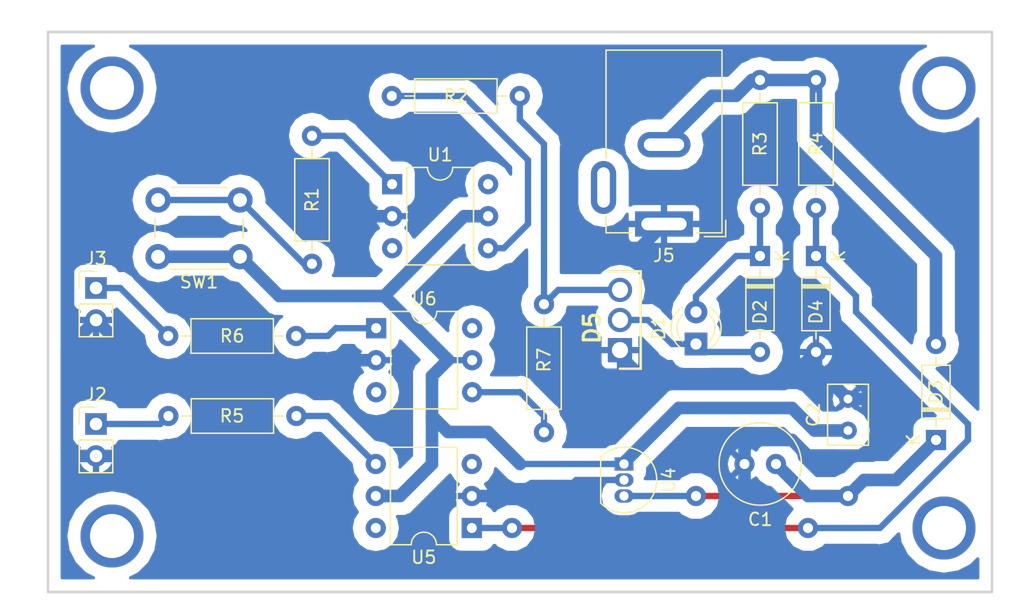
<source format=kicad_pcb>
(kicad_pcb (version 20221018) (generator pcbnew)
  (title_block (title "test thyristor") (rev "01") (company "IUT GEII"))
  (layers (0 "F.Cu" signal) (31 "B.Cu" signal) (34 "B.Paste" user) (35 "F.Paste" user) (36 "B.SilkS" user "B.Silkscreen") (37 "F.SilkS" user "F.Silkscreen") (38 "B.Mask" user) (39 "F.Mask" user) (44 "Edge.Cuts" user))
  (net 0 "")
  (net 1 "Net-(D3-K)")
  (net 2 "GND")
  (net 3 "+5V")
  (net 4 "Net-(D1-K)")
  (net 5 "Net-(D1-A)")
  (net 6 "VIN")
  (net 7 "Net-(D4-K)")
  (net 8 "Net-(R1-Pad1)")
  (net 9 "Net-(R1-Pad2)")
  (net 10 "Net-(D5-Pad3)")
  (net 11 "Net-(R2-Pad2)")
  (net 12 "Net-(J2-Pin_1)")
  (net 13 "Net-(R5-Pad2)")
  (net 14 "Net-(J3-Pin_1)")
  (net 15 "Net-(R6-Pad2)")
  (net 16 "Net-(R7-Pad2)")
  (footprint "Package_DIP:DIP-6_W7.62mm" (layer "F.Cu") (at 66.05 77.485)
    (fp_text reference "U6" (at 3.81 -2.33) (layer "F.SilkS"))
    (fp_text value "4N35")
    (fp_line (start 1.16 -1.33) (end 1.16 6.41) (stroke (width 0.12)) (layer "F.SilkS"))
    (fp_line (start 1.16 6.41) (end 6.46 6.41) (stroke (width 0.12)) (layer "F.SilkS"))
    (fp_line (start 2.81 -1.33) (end 1.16 -1.33) (stroke (width 0.12)) (layer "F.SilkS"))
    (fp_line (start 6.46 -1.33) (end 4.81 -1.33) (stroke (width 0.12)) (layer "F.SilkS"))
    (fp_line (start 6.46 6.41) (end 6.46 -1.33) (stroke (width 0.12)) (layer "F.SilkS"))
    (fp_arc (start 4.81 -1.33) (mid 3.81 -0.33) (end 2.81 -1.33) (stroke (width 0.12)) (layer "F.SilkS"))
    (pad "1" thru_hole rect (at 0 0) (size 1.6 1.6) (drill 0.8) (layers "*.Cu" "*.Mask") (net 15 "Net-(R6-Pad2)"))
    (pad "2" thru_hole oval (at 0 2.54) (size 1.6 1.6) (drill 0.8) (layers "*.Cu" "*.Mask") (net 2 "GND"))
    (pad "3" thru_hole oval (at 0 5.08) (size 1.6 1.6) (drill 0.8) (layers "*.Cu" "*.Mask"))
    (pad "4" thru_hole oval (at 7.62 5.08) (size 1.6 1.6) (drill 0.8) (layers "*.Cu" "*.Mask") (net 16 "Net-(R7-Pad2)"))
    (pad "5" thru_hole oval (at 7.62 2.54) (size 1.6 1.6) (drill 0.8) (layers "*.Cu" "*.Mask") (net 3 "+5V"))
    (pad "6" thru_hole oval (at 7.62 0) (size 1.6 1.6) (drill 0.8) (layers "*.Cu" "*.Mask"))
  )
  (footprint "SamacSys_Parts:C106DG" (layer "F.Cu") (at 85.405 79.225 -90)
    (fp_text reference "D5" (at -1.755 2.22 -90) (layer "F.SilkS") (effects (font (size 1.27 1.27) (thickness 0.254))))
    (fp_text value "C106DG" hide)
    (fp_line (start -6.26 -1.65) (end 1.48 -1.65) (stroke (width 0.2)) (layer "F.SilkS"))
    (fp_line (start -6.26 1.01) (end -6.26 -1.65) (stroke (width 0.2)) (layer "F.SilkS"))
    (fp_line (start 1.48 -1.65) (end 1.48 0) (stroke (width 0.2)) (layer "F.SilkS"))
    (pad "1" thru_hole rect (at 0 0 270) (size 1.92 1.92) (drill 1.28) (layers "*.Cu" "*.Mask") (net 2 "GND"))
    (pad "2" thru_hole circle (at -2.39 0 270) (size 1.92 1.92) (drill 1.28) (layers "*.Cu" "*.Mask") (net 4 "Net-(D1-K)"))
    (pad "3" thru_hole circle (at -4.78 0 270) (size 1.92 1.92) (drill 1.28) (layers "*.Cu" "*.Mask") (net 10 "Net-(D5-Pad3)"))
  )
  (footprint "Connector_PinHeader_2.54mm:PinHeader_1x02_P2.54mm_Vertical" (layer "F.Cu") (at 43.815 85.09)
    (fp_text reference "J2" (at 0 -2.33) (layer "F.SilkS"))
    (fp_text value "Conn_01x02_Pin")
    (fp_line (start -1.33 -1.33) (end 0 -1.33) (stroke (width 0.12)) (layer "F.SilkS"))
    (fp_line (start -1.33 0) (end -1.33 -1.33) (stroke (width 0.12)) (layer "F.SilkS"))
    (fp_line (start -1.33 1.27) (end -1.33 3.87) (stroke (width 0.12)) (layer "F.SilkS"))
    (fp_line (start -1.33 1.27) (end 1.33 1.27) (stroke (width 0.12)) (layer "F.SilkS"))
    (fp_line (start -1.33 3.87) (end 1.33 3.87) (stroke (width 0.12)) (layer "F.SilkS"))
    (fp_line (start 1.33 1.27) (end 1.33 3.87) (stroke (width 0.12)) (layer "F.SilkS"))
    (pad "1" thru_hole rect (at 0 0) (size 1.7 1.7) (drill 1) (layers "*.Cu" "*.Mask") (net 12 "Net-(J2-Pin_1)"))
    (pad "2" thru_hole oval (at 0 2.54) (size 1.7 1.7) (drill 1) (layers "*.Cu" "*.Mask") (net 2 "GND"))
  )
  (footprint "Capacitor_THT:C_Radial_D6.3mm_H5.0mm_P2.50mm" (layer "F.Cu") (at 97.79 88.265 180)
    (fp_text reference "C1" (at 1.25 -4.4 180) (layer "F.SilkS"))
    (fp_text value "220uF 25V")
    (fp_circle (center 1.25 0) (end 4.52 0) (stroke (width 0.12)) (fill none) (layer "F.SilkS"))
    (pad "1" thru_hole circle (at 0 0 180) (size 1.6 1.6) (drill 0.8) (layers "*.Cu" "*.Mask") (net 1 "Net-(D3-K)"))
    (pad "2" thru_hole circle (at 2.5 0 180) (size 1.6 1.6) (drill 0.8) (layers "*.Cu" "*.Mask") (net 2 "GND"))
  )
  (footprint "Resistor_THT:R_Axial_DIN0207_L6.3mm_D2.5mm_P10.16mm_Horizontal" (layer "F.Cu") (at 100.965 57.785 -90)
    (fp_text reference "R4" (at 5.08 0 -90) (layer "F.SilkS"))
    (fp_text value "1k")
    (fp_line (start 1.04 0) (end 1.81 0) (stroke (width 0.12)) (layer "F.SilkS"))
    (fp_line (start 1.81 -1.37) (end 1.81 1.37) (stroke (width 0.12)) (layer "F.SilkS"))
    (fp_line (start 1.81 1.37) (end 8.35 1.37) (stroke (width 0.12)) (layer "F.SilkS"))
    (fp_line (start 8.35 -1.37) (end 1.81 -1.37) (stroke (width 0.12)) (layer "F.SilkS"))
    (fp_line (start 8.35 1.37) (end 8.35 -1.37) (stroke (width 0.12)) (layer "F.SilkS"))
    (fp_line (start 9.12 0) (end 8.35 0) (stroke (width 0.12)) (layer "F.SilkS"))
    (pad "1" thru_hole circle (at 0 0 270) (size 1.6 1.6) (drill 0.8) (layers "*.Cu" "*.Mask") (net 6 "VIN"))
    (pad "2" thru_hole oval (at 10.16 0 270) (size 1.6 1.6) (drill 0.8) (layers "*.Cu" "*.Mask") (net 7 "Net-(D4-K)"))
  )
  (footprint "Package_TO_SOT_THT:TO-92_Inline" (layer "F.Cu") (at 85.725 88.265 -90)
    (fp_text reference "U4" (at 1.27 -3.56 90) (layer "F.SilkS"))
    (fp_text value "L78L05_TO92")
    (fp_line (start -0.53 1.85) (end 3.07 1.85) (stroke (width 0.12)) (layer "F.SilkS"))
    (fp_arc (start -0.568478 1.838478) (mid -1.132087 -0.994977) (end 1.27 -2.6) (stroke (width 0.12)) (layer "F.SilkS"))
    (fp_arc (start 1.27 -2.6) (mid 3.672087 -0.994977) (end 3.108478 1.838478) (stroke (width 0.12)) (layer "F.SilkS"))
    (pad "1" thru_hole rect (at 0 0 270) (size 1.05 1.5) (drill 0.75) (layers "*.Cu" "*.Mask") (net 3 "+5V"))
    (pad "2" thru_hole oval (at 1.27 0 270) (size 1.05 1.5) (drill 0.75) (layers "*.Cu" "*.Mask") (net 2 "GND"))
    (pad "3" thru_hole oval (at 2.54 0 270) (size 1.05 1.5) (drill 0.75) (layers "*.Cu" "*.Mask") (net 1 "Net-(D3-K)"))
  )
  (footprint "Resistor_THT:R_Axial_DIN0207_L6.3mm_D2.5mm_P10.16mm_Horizontal" (layer "F.Cu") (at 60.96 72.375 90)
    (fp_text reference "R1" (at 5.08 0 90) (layer "F.SilkS"))
    (fp_text value "200R")
    (fp_line (start 1.04 0) (end 1.81 0) (stroke (width 0.12)) (layer "F.SilkS"))
    (fp_line (start 1.81 -1.37) (end 1.81 1.37) (stroke (width 0.12)) (layer "F.SilkS"))
    (fp_line (start 1.81 1.37) (end 8.35 1.37) (stroke (width 0.12)) (layer "F.SilkS"))
    (fp_line (start 8.35 -1.37) (end 1.81 -1.37) (stroke (width 0.12)) (layer "F.SilkS"))
    (fp_line (start 8.35 1.37) (end 8.35 -1.37) (stroke (width 0.12)) (layer "F.SilkS"))
    (fp_line (start 9.12 0) (end 8.35 0) (stroke (width 0.12)) (layer "F.SilkS"))
    (pad "1" thru_hole circle (at 0 0 90) (size 1.6 1.6) (drill 0.8) (layers "*.Cu" "*.Mask") (net 8 "Net-(R1-Pad1)"))
    (pad "2" thru_hole oval (at 10.16 0 90) (size 1.6 1.6) (drill 0.8) (layers "*.Cu" "*.Mask") (net 9 "Net-(R1-Pad2)"))
  )
  (footprint "Resistor_THT:R_Axial_DIN0207_L6.3mm_D2.5mm_P10.16mm_Horizontal" (layer "F.Cu") (at 79.375 75.58 -90)
    (fp_text reference "R7" (at 4.43 0 -90) (layer "F.SilkS"))
    (fp_text value "2k2")
    (fp_line (start 1.04 0) (end 1.81 0) (stroke (width 0.12)) (layer "F.SilkS"))
    (fp_line (start 1.81 -1.37) (end 1.81 1.37) (stroke (width 0.12)) (layer "F.SilkS"))
    (fp_line (start 1.81 1.37) (end 8.35 1.37) (stroke (width 0.12)) (layer "F.SilkS"))
    (fp_line (start 8.35 -1.37) (end 1.81 -1.37) (stroke (width 0.12)) (layer "F.SilkS"))
    (fp_line (start 8.35 1.37) (end 8.35 -1.37) (stroke (width 0.12)) (layer "F.SilkS"))
    (fp_line (start 9.12 0) (end 8.35 0) (stroke (width 0.12)) (layer "F.SilkS"))
    (pad "1" thru_hole circle (at 0 0 270) (size 1.6 1.6) (drill 0.8) (layers "*.Cu" "*.Mask") (net 10 "Net-(D5-Pad3)"))
    (pad "2" thru_hole oval (at 10.16 0 270) (size 1.6 1.6) (drill 0.8) (layers "*.Cu" "*.Mask") (net 16 "Net-(R7-Pad2)"))
  )
  (footprint "Resistor_THT:R_Axial_DIN0207_L6.3mm_D2.5mm_P10.16mm_Horizontal" (layer "F.Cu") (at 77.455 59.055 180)
    (fp_text reference "R2" (at 5.065 0 180) (layer "F.SilkS"))
    (fp_text value "2k2")
    (fp_line (start 1.04 0) (end 1.81 0) (stroke (width 0.12)) (layer "F.SilkS"))
    (fp_line (start 1.81 -1.37) (end 1.81 1.37) (stroke (width 0.12)) (layer "F.SilkS"))
    (fp_line (start 1.81 1.37) (end 8.35 1.37) (stroke (width 0.12)) (layer "F.SilkS"))
    (fp_line (start 8.35 -1.37) (end 1.81 -1.37) (stroke (width 0.12)) (layer "F.SilkS"))
    (fp_line (start 8.35 1.37) (end 8.35 -1.37) (stroke (width 0.12)) (layer "F.SilkS"))
    (fp_line (start 9.12 0) (end 8.35 0) (stroke (width 0.12)) (layer "F.SilkS"))
    (pad "1" thru_hole circle (at 0 0 180) (size 1.6 1.6) (drill 0.8) (layers "*.Cu" "*.Mask") (net 10 "Net-(D5-Pad3)"))
    (pad "2" thru_hole oval (at 10.16 0 180) (size 1.6 1.6) (drill 0.8) (layers "*.Cu" "*.Mask") (net 11 "Net-(R2-Pad2)"))
  )
  (footprint "Resistor_THT:R_Axial_DIN0207_L6.3mm_D2.5mm_P10.16mm_Horizontal" (layer "F.Cu") (at 96.52 67.945 90)
    (fp_text reference "R3" (at 5.08 0 90) (layer "F.SilkS"))
    (fp_text value "1k")
    (fp_line (start 1.04 0) (end 1.81 0) (stroke (width 0.12)) (layer "F.SilkS"))
    (fp_line (start 1.81 -1.37) (end 1.81 1.37) (stroke (width 0.12)) (layer "F.SilkS"))
    (fp_line (start 1.81 1.37) (end 8.35 1.37) (stroke (width 0.12)) (layer "F.SilkS"))
    (fp_line (start 8.35 -1.37) (end 1.81 -1.37) (stroke (width 0.12)) (layer "F.SilkS"))
    (fp_line (start 8.35 1.37) (end 8.35 -1.37) (stroke (width 0.12)) (layer "F.SilkS"))
    (fp_line (start 9.12 0) (end 8.35 0) (stroke (width 0.12)) (layer "F.SilkS"))
    (pad "1" thru_hole circle (at 0 0 90) (size 1.6 1.6) (drill 0.8) (layers "*.Cu" "*.Mask") (net 5 "Net-(D1-A)"))
    (pad "2" thru_hole oval (at 10.16 0 90) (size 1.6 1.6) (drill 0.8) (layers "*.Cu" "*.Mask") (net 6 "VIN"))
  )
  (footprint "Diode_THT:D_DO-35_SOD27_P7.62mm_Horizontal" (layer "F.Cu") (at 100.965 71.755 -90)
    (fp_text reference "D4" (at 4.445 0 -270) (layer "F.SilkS"))
    (fp_text value "1N4148")
    (fp_text user "K" (at 0 -1.8 -270) (layer "F.SilkS"))
    (fp_line (start 1.04 0) (end 1.69 0) (stroke (width 0.12)) (layer "F.SilkS"))
    (fp_line (start 1.69 -1.12) (end 1.69 1.12) (stroke (width 0.12)) (layer "F.SilkS"))
    (fp_line (start 1.69 1.12) (end 5.93 1.12) (stroke (width 0.12)) (layer "F.SilkS"))
    (fp_line (start 2.29 -1.12) (end 2.29 1.12) (stroke (width 0.12)) (layer "F.SilkS"))
    (fp_line (start 2.41 -1.12) (end 2.41 1.12) (stroke (width 0.12)) (layer "F.SilkS"))
    (fp_line (start 2.53 -1.12) (end 2.53 1.12) (stroke (width 0.12)) (layer "F.SilkS"))
    (fp_line (start 5.93 -1.12) (end 1.69 -1.12) (stroke (width 0.12)) (layer "F.SilkS"))
    (fp_line (start 5.93 1.12) (end 5.93 -1.12) (stroke (width 0.12)) (layer "F.SilkS"))
    (fp_line (start 6.58 0) (end 5.93 0) (stroke (width 0.12)) (layer "F.SilkS"))
    (pad "1" thru_hole rect (at 0 0 270) (size 1.6 1.6) (drill 0.8) (layers "*.Cu" "*.Mask") (net 7 "Net-(D4-K)"))
    (pad "2" thru_hole oval (at 7.62 0 270) (size 1.6 1.6) (drill 0.8) (layers "*.Cu" "*.Mask") (net 2 "GND"))
  )
  (footprint "Resistor_THT:R_Axial_DIN0207_L6.3mm_D2.5mm_P10.16mm_Horizontal" (layer "F.Cu") (at 49.545 78.105)
    (fp_text reference "R6" (at 5.08 0) (layer "F.SilkS"))
    (fp_text value "200R")
    (fp_line (start 1.04 0) (end 1.81 0) (stroke (width 0.12)) (layer "F.SilkS"))
    (fp_line (start 1.81 -1.37) (end 1.81 1.37) (stroke (width 0.12)) (layer "F.SilkS"))
    (fp_line (start 1.81 1.37) (end 8.35 1.37) (stroke (width 0.12)) (layer "F.SilkS"))
    (fp_line (start 8.35 -1.37) (end 1.81 -1.37) (stroke (width 0.12)) (layer "F.SilkS"))
    (fp_line (start 8.35 1.37) (end 8.35 -1.37) (stroke (width 0.12)) (layer "F.SilkS"))
    (fp_line (start 9.12 0) (end 8.35 0) (stroke (width 0.12)) (layer "F.SilkS"))
    (pad "1" thru_hole circle (at 0 0) (size 1.6 1.6) (drill 0.8) (layers "*.Cu" "*.Mask") (net 14 "Net-(J3-Pin_1)"))
    (pad "2" thru_hole oval (at 10.16 0) (size 1.6 1.6) (drill 0.8) (layers "*.Cu" "*.Mask") (net 15 "Net-(R6-Pad2)"))
  )
  (footprint "SamacSys_Parts:BarrelJack_GCT_DCJ200-10-A_Horizontal_3D" (layer "F.Cu") (at 88.9 69.215 180)
    (fp_text reference "J5" (at 0 -2.5 180) (layer "F.SilkS"))
    (fp_text value "Jack-DC")
    (fp_line (start -4.9 -1) (end -4.9 0.3) (stroke (width 0.12)) (layer "F.SilkS"))
    (fp_line (start -4.6 -0.7) (end -2.6 -0.7) (stroke (width 0.12)) (layer "F.SilkS"))
    (fp_line (start -4.6 13.8) (end -4.6 -0.7) (stroke (width 0.12)) (layer "F.SilkS"))
    (fp_line (start -3.2 -1) (end -4.9 -1) (stroke (width 0.12)) (layer "F.SilkS"))
    (fp_line (start 2.6 -0.7) (end 4.6 -0.7) (stroke (width 0.12)) (layer "F.SilkS"))
    (fp_line (start 4.6 -0.7) (end 4.6 0.6) (stroke (width 0.12)) (layer "F.SilkS"))
    (fp_line (start 4.6 5.2) (end 4.6 13.8) (stroke (width 0.12)) (layer "F.SilkS"))
    (fp_line (start 4.6 13.8) (end -4.6 13.8) (stroke (width 0.12)) (layer "F.SilkS"))
    (pad "1" thru_hole rect (at 0 0 180) (size 4.6 2) (drill oval 3.6 1) (layers "*.Cu" "*.Mask") (net 2 "GND"))
    (pad "2" thru_hole oval (at 0 6.3 180) (size 4.2 2) (drill oval 3.2 1) (layers "*.Cu" "*.Mask") (net 6 "VIN"))
    (pad "3" thru_hole oval (at 4.8 2.9 180) (size 2 4.2) (drill oval 1 3.2) (layers "*.Cu" "*.Mask"))
  )
  (footprint "Diode_THT:D_DO-35_SOD27_P7.62mm_Horizontal" (layer "F.Cu") (at 110.49 86.36 90)
    (fp_text reference "D3" (at 3.81 0 90) (layer "F.SilkS"))
    (fp_text value "1N4148")
    (fp_text user "K" (at 0 -1.8 90) (layer "F.SilkS"))
    (fp_line (start 1.04 0) (end 1.69 0) (stroke (width 0.12)) (layer "F.SilkS"))
    (fp_line (start 1.69 -1.12) (end 1.69 1.12) (stroke (width 0.12)) (layer "F.SilkS"))
    (fp_line (start 1.69 1.12) (end 5.93 1.12) (stroke (width 0.12)) (layer "F.SilkS"))
    (fp_line (start 2.29 -1.12) (end 2.29 1.12) (stroke (width 0.12)) (layer "F.SilkS"))
    (fp_line (start 2.41 -1.12) (end 2.41 1.12) (stroke (width 0.12)) (layer "F.SilkS"))
    (fp_line (start 2.53 -1.12) (end 2.53 1.12) (stroke (width 0.12)) (layer "F.SilkS"))
    (fp_line (start 5.93 -1.12) (end 1.69 -1.12) (stroke (width 0.12)) (layer "F.SilkS"))
    (fp_line (start 5.93 1.12) (end 5.93 -1.12) (stroke (width 0.12)) (layer "F.SilkS"))
    (fp_line (start 6.58 0) (end 5.93 0) (stroke (width 0.12)) (layer "F.SilkS"))
    (pad "1" thru_hole rect (at 0 0 90) (size 1.6 1.6) (drill 0.8) (layers "*.Cu" "*.Mask") (net 1 "Net-(D3-K)"))
    (pad "2" thru_hole oval (at 7.62 0 90) (size 1.6 1.6) (drill 0.8) (layers "*.Cu" "*.Mask") (net 6 "VIN"))
  )
  (footprint "Resistor_THT:R_Axial_DIN0207_L6.3mm_D2.5mm_P10.16mm_Horizontal" (layer "F.Cu") (at 49.56 84.455)
    (fp_text reference "R5" (at 5.05 0) (layer "F.SilkS"))
    (fp_text value "2k2")
    (fp_line (start 1.04 0) (end 1.81 0) (stroke (width 0.12)) (layer "F.SilkS"))
    (fp_line (start 1.81 -1.37) (end 1.81 1.37) (stroke (width 0.12)) (layer "F.SilkS"))
    (fp_line (start 1.81 1.37) (end 8.35 1.37) (stroke (width 0.12)) (layer "F.SilkS"))
    (fp_line (start 8.35 -1.37) (end 1.81 -1.37) (stroke (width 0.12)) (layer "F.SilkS"))
    (fp_line (start 8.35 1.37) (end 8.35 -1.37) (stroke (width 0.12)) (layer "F.SilkS"))
    (fp_line (start 9.12 0) (end 8.35 0) (stroke (width 0.12)) (layer "F.SilkS"))
    (pad "1" thru_hole circle (at 0 0) (size 1.6 1.6) (drill 0.8) (layers "*.Cu" "*.Mask") (net 12 "Net-(J2-Pin_1)"))
    (pad "2" thru_hole oval (at 10.16 0) (size 1.6 1.6) (drill 0.8) (layers "*.Cu" "*.Mask") (net 13 "Net-(R5-Pad2)"))
  )
  (footprint "Connector_PinHeader_2.54mm:PinHeader_1x02_P2.54mm_Vertical" (layer "F.Cu") (at 43.815 74.295)
    (fp_text reference "J3" (at 0 -2.33) (layer "F.SilkS"))
    (fp_text value "Conn_01x02_Pin")
    (fp_line (start -1.33 -1.33) (end 0 -1.33) (stroke (width 0.12)) (layer "F.SilkS"))
    (fp_line (start -1.33 0) (end -1.33 -1.33) (stroke (width 0.12)) (layer "F.SilkS"))
    (fp_line (start -1.33 1.27) (end -1.33 3.87) (stroke (width 0.12)) (layer "F.SilkS"))
    (fp_line (start -1.33 1.27) (end 1.33 1.27) (stroke (width 0.12)) (layer "F.SilkS"))
    (fp_line (start -1.33 3.87) (end 1.33 3.87) (stroke (width 0.12)) (layer "F.SilkS"))
    (fp_line (start 1.33 1.27) (end 1.33 3.87) (stroke (width 0.12)) (layer "F.SilkS"))
    (pad "1" thru_hole rect (at 0 0) (size 1.7 1.7) (drill 1) (layers "*.Cu" "*.Mask") (net 14 "Net-(J3-Pin_1)"))
    (pad "2" thru_hole oval (at 0 2.54) (size 1.7 1.7) (drill 1) (layers "*.Cu" "*.Mask") (net 2 "GND"))
  )
  (footprint "Package_DIP:DIP-6_W7.62mm" (layer "F.Cu") (at 73.645 93.345 180)
    (fp_text reference "U5" (at 3.81 -2.33) (layer "F.SilkS"))
    (fp_text value "4N35")
    (fp_line (start 1.16 -1.33) (end 1.16 6.41) (stroke (width 0.12)) (layer "F.SilkS"))
    (fp_line (start 1.16 6.41) (end 6.46 6.41) (stroke (width 0.12)) (layer "F.SilkS"))
    (fp_line (start 2.81 -1.33) (end 1.16 -1.33) (stroke (width 0.12)) (layer "F.SilkS"))
    (fp_line (start 6.46 -1.33) (end 4.81 -1.33) (stroke (width 0.12)) (layer "F.SilkS"))
    (fp_line (start 6.46 6.41) (end 6.46 -1.33) (stroke (width 0.12)) (layer "F.SilkS"))
    (fp_arc (start 4.81 -1.33) (mid 3.81 -0.33) (end 2.81 -1.33) (stroke (width 0.12)) (layer "F.SilkS"))
    (pad "1" thru_hole rect (at 0 0 180) (size 1.6 1.6) (drill 0.8) (layers "*.Cu" "*.Mask") (net 7 "Net-(D4-K)"))
    (pad "2" thru_hole oval (at 0 2.54 180) (size 1.6 1.6) (drill 0.8) (layers "*.Cu" "*.Mask") (net 2 "GND"))
    (pad "3" thru_hole oval (at 0 5.08 180) (size 1.6 1.6) (drill 0.8) (layers "*.Cu" "*.Mask"))
    (pad "4" thru_hole oval (at 7.62 5.08 180) (size 1.6 1.6) (drill 0.8) (layers "*.Cu" "*.Mask") (net 13 "Net-(R5-Pad2)"))
    (pad "5" thru_hole oval (at 7.62 2.54 180) (size 1.6 1.6) (drill 0.8) (layers "*.Cu" "*.Mask") (net 3 "+5V"))
    (pad "6" thru_hole oval (at 7.62 0 180) (size 1.6 1.6) (drill 0.8) (layers "*.Cu" "*.Mask"))
  )
  (footprint "Package_DIP:DIP-6_W7.62mm" (layer "F.Cu") (at 67.32 66.055)
    (fp_text reference "U1" (at 3.81 -2.33) (layer "F.SilkS"))
    (fp_text value "4N35")
    (fp_line (start 1.16 -1.33) (end 1.16 6.41) (stroke (width 0.12)) (layer "F.SilkS"))
    (fp_line (start 1.16 6.41) (end 6.46 6.41) (stroke (width 0.12)) (layer "F.SilkS"))
    (fp_line (start 2.81 -1.33) (end 1.16 -1.33) (stroke (width 0.12)) (layer "F.SilkS"))
    (fp_line (start 6.46 -1.33) (end 4.81 -1.33) (stroke (width 0.12)) (layer "F.SilkS"))
    (fp_line (start 6.46 6.41) (end 6.46 -1.33) (stroke (width 0.12)) (layer "F.SilkS"))
    (fp_arc (start 4.81 -1.33) (mid 3.81 -0.33) (end 2.81 -1.33) (stroke (width 0.12)) (layer "F.SilkS"))
    (pad "1" thru_hole rect (at 0 0) (size 1.6 1.6) (drill 0.8) (layers "*.Cu" "*.Mask") (net 9 "Net-(R1-Pad2)"))
    (pad "2" thru_hole oval (at 0 2.54) (size 1.6 1.6) (drill 0.8) (layers "*.Cu" "*.Mask") (net 2 "GND"))
    (pad "3" thru_hole oval (at 0 5.08) (size 1.6 1.6) (drill 0.8) (layers "*.Cu" "*.Mask"))
    (pad "4" thru_hole oval (at 7.62 5.08) (size 1.6 1.6) (drill 0.8) (layers "*.Cu" "*.Mask") (net 11 "Net-(R2-Pad2)"))
    (pad "5" thru_hole oval (at 7.62 2.54) (size 1.6 1.6) (drill 0.8) (layers "*.Cu" "*.Mask") (net 3 "+5V"))
    (pad "6" thru_hole oval (at 7.62 0) (size 1.6 1.6) (drill 0.8) (layers "*.Cu" "*.Mask"))
  )
  (footprint "Diode_THT:D_DO-35_SOD27_P7.62mm_Horizontal" (layer "F.Cu") (at 96.52 71.755 -90)
    (fp_text reference "D2" (at 4.445 0 90) (layer "F.SilkS"))
    (fp_text value "1N4148")
    (fp_text user "K" (at 0 -1.8 90) (layer "F.SilkS"))
    (fp_line (start 1.04 0) (end 1.69 0) (stroke (width 0.12)) (layer "F.SilkS"))
    (fp_line (start 1.69 -1.12) (end 1.69 1.12) (stroke (width 0.12)) (layer "F.SilkS"))
    (fp_line (start 1.69 1.12) (end 5.93 1.12) (stroke (width 0.12)) (layer "F.SilkS"))
    (fp_line (start 2.29 -1.12) (end 2.29 1.12) (stroke (width 0.12)) (layer "F.SilkS"))
    (fp_line (start 2.41 -1.12) (end 2.41 1.12) (stroke (width 0.12)) (layer "F.SilkS"))
    (fp_line (start 2.53 -1.12) (end 2.53 1.12) (stroke (width 0.12)) (layer "F.SilkS"))
    (fp_line (start 5.93 -1.12) (end 1.69 -1.12) (stroke (width 0.12)) (layer "F.SilkS"))
    (fp_line (start 5.93 1.12) (end 5.93 -1.12) (stroke (width 0.12)) (layer "F.SilkS"))
    (fp_line (start 6.58 0) (end 5.93 0) (stroke (width 0.12)) (layer "F.SilkS"))
    (pad "1" thru_hole rect (at 0 0 270) (size 1.6 1.6) (drill 0.8) (layers "*.Cu" "*.Mask") (net 5 "Net-(D1-A)"))
    (pad "2" thru_hole oval (at 7.62 0 270) (size 1.6 1.6) (drill 0.8) (layers "*.Cu" "*.Mask") (net 4 "Net-(D1-K)"))
  )
  (footprint "Capacitor_THT:C_Rect_L4.6mm_W3.0mm_P2.50mm_MKS02_FKP02" (layer "F.Cu") (at 103.505 85.605 90)
    (fp_text reference "C2" (at 1.25 -2.75 90) (layer "F.SilkS"))
    (fp_text value "100nF")
    (fp_line (start -1.17 -1.62) (end -1.17 1.62) (stroke (width 0.12)) (layer "F.SilkS"))
    (fp_line (start -1.17 -1.62) (end 3.67 -1.62) (stroke (width 0.12)) (layer "F.SilkS"))
    (fp_line (start -1.17 1.62) (end 3.67 1.62) (stroke (width 0.12)) (layer "F.SilkS"))
    (fp_line (start 3.67 -1.62) (end 3.67 1.62) (stroke (width 0.12)) (layer "F.SilkS"))
    (pad "1" thru_hole circle (at 0 0 90) (size 1.4 1.4) (drill 0.7) (layers "*.Cu" "*.Mask") (net 3 "+5V"))
    (pad "2" thru_hole circle (at 2.5 0 90) (size 1.4 1.4) (drill 0.7) (layers "*.Cu" "*.Mask") (net 2 "GND"))
  )
  (footprint "Button_Switch_THT:SW_PUSH_6mm" (layer "F.Cu") (at 55.245 71.81 180)
    (fp_text reference "SW1" (at 3.25 -2) (layer "F.SilkS"))
    (fp_text value "SW_Push")
    (fp_line (start -0.25 1.5) (end -0.25 3) (stroke (width 0.12)) (layer "F.SilkS"))
    (fp_line (start 1 5.5) (end 5.5 5.5) (stroke (width 0.12)) (layer "F.SilkS"))
    (fp_line (start 5.5 -1) (end 1 -1) (stroke (width 0.12)) (layer "F.SilkS"))
    (fp_line (start 6.75 3) (end 6.75 1.5) (stroke (width 0.12)) (layer "F.SilkS"))
    (pad "1" thru_hole circle (at 0 0 270) (size 2 2) (drill 1.1) (layers "*.Cu" "*.Mask") (net 3 "+5V"))
    (pad "1" thru_hole circle (at 6.5 0 270) (size 2 2) (drill 1.1) (layers "*.Cu" "*.Mask") (net 3 "+5V"))
    (pad "2" thru_hole circle (at 0 4.5 270) (size 2 2) (drill 1.1) (layers "*.Cu" "*.Mask") (net 8 "Net-(R1-Pad1)"))
    (pad "2" thru_hole circle (at 6.5 4.5 270) (size 2 2) (drill 1.1) (layers "*.Cu" "*.Mask") (net 8 "Net-(R1-Pad1)"))
  )
  (footprint "LED_THT:LED_D3.0mm" (layer "F.Cu") (at 91.44 78.74 90)
    (fp_text reference "D1" (at 1.27 -2.96 90) (layer "F.SilkS"))
    (fp_text value "LED")
    (fp_line (start -0.29 -1.236) (end -0.29 -1.08) (stroke (width 0.12)) (layer "F.SilkS"))
    (fp_line (start -0.29 1.08) (end -0.29 1.236) (stroke (width 0.12)) (layer "F.SilkS"))
    (fp_arc (start -0.29 -1.235516) (mid 1.366487 -1.987659) (end 2.942335 -1.078608) (stroke (width 0.12)) (layer "F.SilkS"))
    (fp_arc (start 0.229039 -1.08) (mid 1.270117 -1.5) (end 2.31113 -1.079837) (stroke (width 0.12)) (layer "F.SilkS"))
    (fp_arc (start 2.31113 1.079837) (mid 1.270117 1.5) (end 0.229039 1.08) (stroke (width 0.12)) (layer "F.SilkS"))
    (fp_arc (start 2.942335 1.078608) (mid 1.366487 1.987659) (end -0.29 1.235516) (stroke (width 0.12)) (layer "F.SilkS"))
    (pad "1" thru_hole rect (at 0 0 90) (size 1.8 1.8) (drill 0.9) (layers "*.Cu" "*.Mask") (net 4 "Net-(D1-K)"))
    (pad "2" thru_hole circle (at 2.54 0 90) (size 1.8 1.8) (drill 0.9) (layers "*.Cu" "*.Mask") (net 5 "Net-(D1-A)"))
  )
  (gr_rect (start 40.005 53.975) (end 114.935 98.425) (stroke (width 0.2)) (fill none) (layer "Edge.Cuts"))
  (via (at 45.085 93.98) (size 5) (drill 3.5) (layers "F.Cu" "B.Cu") (net 0))
  (via (at 45.085 58.42) (size 5) (drill 3.5) (layers "F.Cu" "B.Cu") (net 0))
  (via (at 111.125 58.42) (size 5) (drill 3.5) (layers "F.Cu" "B.Cu") (net 0))
  (via (at 111.125 93.345) (size 5) (drill 3.5) (layers "F.Cu" "B.Cu") (net 0))
  (segment (start 103.505 90.805) (end 91.44 90.805) (width 0.5) (layer "F.Cu") (net 1))
  (via (at 91.44 90.805) (size 1.6) (drill 0.8) (layers "F.Cu" "B.Cu") (net 1))
  (via (at 103.505 90.805) (size 1.6) (drill 0.8) (layers "F.Cu" "B.Cu") (net 1))
  (segment (start 103.505 90.805) (end 100.33 90.805) (width 1) (layer "B.Cu") (net 1))
  (segment (start 85.725 90.805) (end 91.44 90.805) (width 0.5) (layer "B.Cu") (net 1))
  (segment (start 104.775 89.535) (end 107.315 89.535) (width 1) (layer "B.Cu") (net 1))
  (segment (start 100.33 90.805) (end 97.79 88.265) (width 1) (layer "B.Cu") (net 1))
  (segment (start 103.505 90.805) (end 104.775 89.535) (width 1) (layer "B.Cu") (net 1))
  (segment (start 107.315 89.535) (end 110.49 86.36) (width 1) (layer "B.Cu") (net 1))
  (segment (start 81.28 92.075) (end 80.01 90.805) (width 1) (layer "B.Cu") (net 2))
  (segment (start 91.44 96.52) (end 95.29 92.67) (width 1) (layer "B.Cu") (net 2))
  (segment (start 41.5925 79.0575) (end 43.815 76.835) (width 1) (layer "B.Cu") (net 2))
  (segment (start 43.815 87.63) (end 42.14 87.63) (width 1) (layer "B.Cu") (net 2))
  (segment (start 79.375 96.52) (end 81.28 94.615) (width 1) (layer "B.Cu") (net 2))
  (segment (start 60.96 55.88) (end 57.15 59.69) (width 1) (layer "B.Cu") (net 2))
  (segment (start 86.995 71.12) (end 83.185 71.12) (width 1) (layer "B.Cu") (net 2))
  (segment (start 85.725 89.535) (end 81.915 89.535) (width 0.5) (layer "B.Cu") (net 2))
  (segment (start 100.3 87.6) (end 99.06 86.36) (width 1) (layer "B.Cu") (net 2))
  (segment (start 106.68 84.455) (end 106.68 86.36) (width 1) (layer "B.Cu") (net 2))
  (segment (start 95.885 86.36) (end 95.29 86.955) (width 1) (layer "B.Cu") (net 2))
  (segment (start 98.425 81.915) (end 100.965 79.375) (width 1) (layer "B.Cu") (net 2))
  (segment (start 63.515 68.595) (end 58.42 63.5) (width 1) (layer "B.Cu") (net 2))
  (segment (start 81.28 58.42) (end 78.74 55.88) (width 1) (layer "B.Cu") (net 2))
  (segment (start 57.15 59.69) (end 57.15 63.5) (width 1) (layer "B.Cu") (net 2))
  (segment (start 62.23 80.645) (end 47.625 80.645) (width 1) (layer "B.Cu") (net 2))
  (segment (start 46.355 87.63) (end 55.245 96.52) (width 1) (layer "B.Cu") (net 2))
  (segment (start 80.645 90.805) (end 73.645 90.805) (width 0.5) (layer "B.Cu") (net 2))
  (segment (start 85.405 79.69) (end 87.63 81.915) (width 1) (layer "B.Cu") (net 2))
  (segment (start 85.405 79.225) (end 85.405 79.69) (width 1) (layer "B.Cu") (net 2))
  (segment (start 88.9 69.215) (end 86.995 71.12) (width 1) (layer "B.Cu") (net 2))
  (segment (start 99.06 86.36) (end 95.885 86.36) (width 1) (layer "B.Cu") (net 2))
  (segment (start 42.14 87.63) (end 41.505 86.995) (width 1) (layer "B.Cu") (net 2))
  (segment (start 105.33 83.105) (end 106.68 84.455) (width 1) (layer "B.Cu") (net 2))
  (segment (start 95.29 86.955) (end 95.29 88.265) (width 1) (layer "B.Cu") (net 2))
  (segment (start 81.28 69.215) (end 81.28 58.42) (width 1) (layer "B.Cu") (net 2))
  (segment (start 78.74 55.88) (end 60.96 55.88) (width 1) (layer "B.Cu") (net 2))
  (segment (start 66.05 80.025) (end 62.85 80.025) (width 1) (layer "B.Cu") (net 2))
  (segment (start 81.28 94.615) (end 81.28 92.075) (width 1) (layer "B.Cu") (net 2))
  (segment (start 55.245 96.52) (end 91.44 96.52) (width 1) (layer "B.Cu") (net 2))
  (segment (start 100.965 79.375) (end 100.965 80.565) (width 1) (layer "B.Cu") (net 2))
  (segment (start 67.32 68.595) (end 63.515 68.595) (width 1) (layer "B.Cu") (net 2))
  (segment (start 87.63 81.915) (end 98.425 81.915) (width 1) (layer "B.Cu") (net 2))
  (segment (start 103.505 83.105) (end 105.33 83.105) (width 1) (layer "B.Cu") (net 2))
  (segment (start 41.505 79.145) (end 41.5925 79.0575) (width 1) (layer "B.Cu") (net 2))
  (segment (start 105.44 87.6) (end 100.3 87.6) (width 1) (layer "B.Cu") (net 2))
  (segment (start 41.505 86.995) (end 41.505 79.145) (width 1) (layer "B.Cu") (net 2))
  (segment (start 95.29 92.67) (end 95.29 88.265) (width 1) (layer "B.Cu") (net 2))
  (segment (start 81.915 89.535) (end 80.645 90.805) (width 0.5) (layer "B.Cu") (net 2))
  (segment (start 47.625 80.645) (end 43.815 76.835) (width 1) (layer "B.Cu") (net 2))
  (segment (start 42.545 63.5) (end 41.5925 64.4525) (width 1) (layer "B.Cu") (net 2))
  (segment (start 106.68 86.36) (end 105.44 87.6) (width 1) (layer "B.Cu") (net 2))
  (segment (start 43.815 87.63) (end 46.355 87.63) (width 1) (layer "B.Cu") (net 2))
  (segment (start 57.15 63.5) (end 42.545 63.5) (width 1) (layer "B.Cu") (net 2))
  (segment (start 58.42 63.5) (end 57.15 63.5) (width 1) (layer "B.Cu") (net 2))
  (segment (start 80.01 90.805) (end 73.645 90.805) (width 1) (layer "B.Cu") (net 2))
  (segment (start 41.5925 64.4525) (end 41.5925 79.0575) (width 1) (layer "B.Cu") (net 2))
  (segment (start 62.85 80.025) (end 62.23 80.645) (width 1) (layer "B.Cu") (net 2))
  (segment (start 100.965 80.565) (end 103.505 83.105) (width 1) (layer "B.Cu") (net 2))
  (segment (start 83.185 71.12) (end 81.28 69.215) (width 1) (layer "B.Cu") (net 2))
  (segment (start 77.47 88.265) (end 74.93 85.725) (width 1) (layer "B.Cu") (net 3))
  (segment (start 66.695 74.93) (end 71.74 79.975) (width 1) (layer "B.Cu") (net 3))
  (segment (start 66.025 90.805) (end 67.945 90.805) (width 1) (layer "B.Cu") (net 3))
  (segment (start 74.94 68.595) (end 73.03 68.595) (width 1) (layer "B.Cu") (net 3))
  (segment (start 99.06 83.82) (end 90.065 83.82) (width 1) (layer "B.Cu") (net 3))
  (segment (start 58.365 74.93) (end 66.695 74.93) (width 1) (layer "B.Cu") (net 3))
  (segment (start 73.67 80.025) (end 71.74 80.025) (width 0.5) (layer "B.Cu") (net 3))
  (segment (start 71.74 79.975) (end 71.74 80.025) (width 1) (layer "B.Cu") (net 3))
  (segment (start 70.485 84.455) (end 70.485 81.28) (width 1) (layer "B.Cu") (net 3))
  (segment (start 73.03 68.595) (end 66.695 74.93) (width 1) (layer "B.Cu") (net 3))
  (segment (start 85.725 88.265) (end 77.47 88.265) (width 0.5) (layer "B.Cu") (net 3))
  (segment (start 103.505 85.605) (end 100.845 85.605) (width 1) (layer "B.Cu") (net 3))
  (segment (start 55.245 71.81) (end 58.365 74.93) (width 1) (layer "B.Cu") (net 3))
  (segment (start 90.065 83.82) (end 85.725 88.16) (width 1) (layer "B.Cu") (net 3))
  (segment (start 74.93 85.725) (end 71.755 85.725) (width 1) (layer "B.Cu") (net 3))
  (segment (start 71.755 85.725) (end 70.485 84.455) (width 1) (layer "B.Cu") (net 3))
  (segment (start 70.485 81.28) (end 71.74 80.025) (width 1) (layer "B.Cu") (net 3))
  (segment (start 67.945 90.805) (end 70.485 88.265) (width 1) (layer "B.Cu") (net 3))
  (segment (start 70.485 88.265) (end 70.485 84.455) (width 1) (layer "B.Cu") (net 3))
  (segment (start 48.745 71.81) (end 55.245 71.81) (width 1) (layer "B.Cu") (net 3))
  (segment (start 100.845 85.605) (end 99.06 83.82) (width 1) (layer "B.Cu") (net 3))
  (segment (start 85.405 76.835) (end 87.63 76.835) (width 0.5) (layer "B.Cu") (net 4))
  (segment (start 96.52 79.375) (end 92.075 79.375) (width 0.5) (layer "B.Cu") (net 4))
  (segment (start 89.535 78.74) (end 91.44 78.74) (width 0.5) (layer "B.Cu") (net 4))
  (segment (start 87.63 76.835) (end 89.535 78.74) (width 0.5) (layer "B.Cu") (net 4))
  (segment (start 92.075 79.375) (end 91.44 78.74) (width 0.5) (layer "B.Cu") (net 4))
  (segment (start 91.44 74.93) (end 91.44 76.2) (width 0.5) (layer "B.Cu") (net 5))
  (segment (start 96.52 67.945) (end 96.52 71.755) (width 0.5) (layer "B.Cu") (net 5))
  (segment (start 94.615 71.755) (end 91.44 74.93) (width 0.5) (layer "B.Cu") (net 5))
  (segment (start 96.52 71.755) (end 94.615 71.755) (width 0.5) (layer "B.Cu") (net 5))
  (segment (start 100.965 62.23) (end 100.965 57.785) (width 1) (layer "B.Cu") (net 6))
  (segment (start 95.87 57.785) (end 100.965 57.785) (width 1) (layer "B.Cu") (net 6))
  (segment (start 88.85 62.915) (end 92.725 59.04) (width 1) (layer "B.Cu") (net 6))
  (segment (start 110.49 78.74) (end 110.49 71.755) (width 1) (layer "B.Cu") (net 6))
  (segment (start 110.49 71.755) (end 100.965 62.23) (width 1) (layer "B.Cu") (net 6))
  (segment (start 92.725 59.04) (end 94.615 59.04) (width 1) (layer "B.Cu") (net 6))
  (segment (start 94.615 59.04) (end 95.87 57.785) (width 1) (layer "B.Cu") (net 6))
  (segment (start 76.835 93.345) (end 100.33 93.345) (width 0.5) (layer "F.Cu") (net 7))
  (segment (start 100.965 93.345) (end 100.33 93.345) (width 0.5) (layer "F.Cu") (net 7))
  (via (at 100.33 93.345) (size 1.6) (drill 0.8) (layers "F.Cu" "B.Cu") (net 7))
  (via (at 76.835 93.345) (size 1.6) (drill 0.8) (layers "F.Cu" "B.Cu") (net 7))
  (segment (start 104.14 74.93) (end 104.14 76.2) (width 0.5) (layer "B.Cu") (net 7))
  (segment (start 113.03 85.09) (end 113.03 86.36) (width 0.5) (layer "B.Cu") (net 7))
  (segment (start 106.045 93.345) (end 100.33 93.345) (width 0.5) (layer "B.Cu") (net 7))
  (segment (start 100.965 67.945) (end 100.965 71.755) (width 0.5) (layer "B.Cu") (net 7))
  (segment (start 104.14 76.2) (end 113.03 85.09) (width 0.5) (layer "B.Cu") (net 7))
  (segment (start 113.03 86.36) (end 106.045 93.345) (width 0.5) (layer "B.Cu") (net 7))
  (segment (start 73.645 93.345) (end 76.835 93.345) (width 0.5) (layer "B.Cu") (net 7))
  (segment (start 100.965 71.755) (end 104.14 74.93) (width 0.5) (layer "B.Cu") (net 7))
  (segment (start 60.31 72.375) (end 60.96 72.375) (width 0.5) (layer "B.Cu") (net 8))
  (segment (start 48.745 67.31) (end 55.245 67.31) (width 0.5) (layer "B.Cu") (net 8))
  (segment (start 55.245 67.31) (end 60.31 72.375) (width 0.5) (layer "B.Cu") (net 8))
  (segment (start 63.48 62.215) (end 67.32 66.055) (width 0.5) (layer "B.Cu") (net 9))
  (segment (start 60.96 62.215) (end 63.48 62.215) (width 0.5) (layer "B.Cu") (net 9))
  (segment (start 80.51 74.445) (end 79.375 75.58) (width 0.5) (layer "B.Cu") (net 10))
  (segment (start 77.455 60.945) (end 79.375 62.865) (width 0.5) (layer "B.Cu") (net 10))
  (segment (start 77.455 59.055) (end 77.455 60.945) (width 0.5) (layer "B.Cu") (net 10))
  (segment (start 85.405 74.445) (end 80.51 74.445) (width 0.5) (layer "B.Cu") (net 10))
  (segment (start 79.375 62.865) (end 79.375 75.58) (width 0.5) (layer "B.Cu") (net 10))
  (segment (start 74.94 71.135) (end 76.185 71.135) (width 0.5) (layer "B.Cu") (net 11))
  (segment (start 76.185 71.135) (end 78.105 69.215) (width 0.5) (layer "B.Cu") (net 11))
  (segment (start 73.025 59.055) (end 67.295 59.055) (width 0.5) (layer "B.Cu") (net 11))
  (segment (start 78.105 69.215) (end 78.105 64.135) (width 0.5) (layer "B.Cu") (net 11))
  (segment (start 78.105 64.135) (end 73.025 59.055) (width 0.5) (layer "B.Cu") (net 11))
  (segment (start 43.815 85.09) (end 48.925 85.09) (width 0.5) (layer "B.Cu") (net 12))
  (segment (start 48.925 85.09) (end 49.56 84.455) (width 0.5) (layer "B.Cu") (net 12))
  (segment (start 59.72 84.455) (end 62.215 84.455) (width 0.5) (layer "B.Cu") (net 13))
  (segment (start 62.215 84.455) (end 66.025 88.265) (width 0.5) (layer "B.Cu") (net 13))
  (segment (start 43.815 74.295) (end 45.735 74.295) (width 0.5) (layer "B.Cu") (net 14))
  (segment (start 45.735 74.295) (end 49.545 78.105) (width 0.5) (layer "B.Cu") (net 14))
  (segment (start 62.865 77.47) (end 62.88 77.485) (width 0.5) (layer "B.Cu") (net 15))
  (segment (start 62.23 78.105) (end 62.865 77.47) (width 0.5) (layer "B.Cu") (net 15))
  (segment (start 59.705 78.105) (end 62.23 78.105) (width 0.5) (layer "B.Cu") (net 15))
  (segment (start 62.88 77.485) (end 66.05 77.485) (width 0.5) (layer "B.Cu") (net 15))
  (segment (start 77.47 82.55) (end 77.455 82.565) (width 0.5) (layer "B.Cu") (net 16))
  (segment (start 79.375 85.74) (end 79.375 84.455) (width 0.5) (layer "B.Cu") (net 16))
  (segment (start 79.375 84.455) (end 77.47 82.55) (width 0.5) (layer "B.Cu") (net 16))
  (segment (start 77.455 82.565) (end 73.67 82.565) (width 0.5) (layer "B.Cu") (net 16))
  (zone (net 2) (net_name "GND") (layer "B.Cu") (connect_pads (clearance 1)) (min_thickness 0.25) (fill yes (thermal_gap 0.5) (thermal_bridge_width 0.5))
    (polygon (pts (xy 36.83 51.435) (xy 117.475 51.435) (xy 117.475 99.06) (xy 36.195 99.06)))
  )
)
</source>
